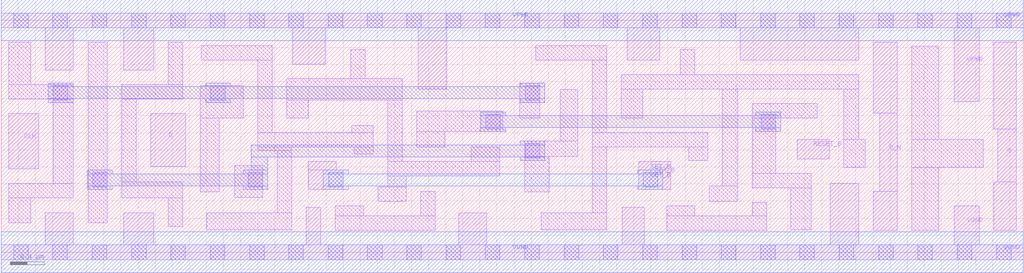
<source format=lef>
# Copyright 2020 The SkyWater PDK Authors
#
# Licensed under the Apache License, Version 2.0 (the "License");
# you may not use this file except in compliance with the License.
# You may obtain a copy of the License at
#
#     https://www.apache.org/licenses/LICENSE-2.0
#
# Unless required by applicable law or agreed to in writing, software
# distributed under the License is distributed on an "AS IS" BASIS,
# WITHOUT WARRANTIES OR CONDITIONS OF ANY KIND, either express or implied.
# See the License for the specific language governing permissions and
# limitations under the License.
#
# SPDX-License-Identifier: Apache-2.0

VERSION 5.7 ;
  NAMESCASESENSITIVE ON ;
  NOWIREEXTENSIONATPIN ON ;
  DIVIDERCHAR "/" ;
  BUSBITCHARS "[]" ;
UNITS
  DATABASE MICRONS 200 ;
END UNITS
MACRO sky130_fd_sc_hd__dfbbp_1
  CLASS CORE ;
  SOURCE USER ;
  FOREIGN sky130_fd_sc_hd__dfbbp_1 ;
  ORIGIN  0.000000  0.000000 ;
  SIZE  11.96000 BY  2.720000 ;
  SYMMETRY X Y R90 ;
  SITE unithd ;
  PIN D
    ANTENNAGATEAREA  0.126000 ;
    DIRECTION INPUT ;
    USE SIGNAL ;
    PORT
      LAYER li1 ;
        RECT 1.750000 1.005000 2.160000 1.625000 ;
    END
  END D
  PIN Q
    ANTENNADIFFAREA  0.429000 ;
    DIRECTION OUTPUT ;
    USE SIGNAL ;
    PORT
      LAYER li1 ;
        RECT 11.615000 0.255000 11.875000 0.825000 ;
        RECT 11.615000 1.445000 11.875000 2.465000 ;
        RECT 11.660000 0.825000 11.875000 1.445000 ;
    END
  END Q
  PIN Q_N
    ANTENNADIFFAREA  0.429000 ;
    DIRECTION OUTPUT ;
    USE SIGNAL ;
    PORT
      LAYER li1 ;
        RECT 10.200000 0.255000 10.485000 0.715000 ;
        RECT 10.200000 1.630000 10.485000 2.465000 ;
        RECT 10.280000 0.715000 10.485000 1.630000 ;
    END
  END Q_N
  PIN RESET_B
    ANTENNAGATEAREA  0.159000 ;
    DIRECTION INPUT ;
    USE SIGNAL ;
    PORT
      LAYER li1 ;
        RECT 9.315000 1.095000 9.690000 1.325000 ;
    END
  END RESET_B
  PIN SET_B
    ANTENNAGATEAREA  0.252000 ;
    DIRECTION INPUT ;
    USE SIGNAL ;
    PORT
      LAYER li1 ;
        RECT 3.590000 0.735000 4.000000 0.965000 ;
        RECT 3.590000 0.965000 3.920000 1.065000 ;
        RECT 7.460000 0.735000 7.835000 1.065000 ;
      LAYER mcon ;
        RECT 3.830000 0.765000 4.000000 0.935000 ;
        RECT 7.510000 0.765000 7.680000 0.935000 ;
      LAYER met1 ;
        RECT 3.770000 0.735000 4.060000 0.780000 ;
        RECT 3.770000 0.780000 7.740000 0.920000 ;
        RECT 3.770000 0.920000 4.060000 0.965000 ;
        RECT 7.450000 0.735000 7.740000 0.780000 ;
        RECT 7.450000 0.920000 7.740000 0.965000 ;
    END
  END SET_B
  PIN CLK
    ANTENNAGATEAREA  0.159000 ;
    DIRECTION INPUT ;
    USE CLOCK ;
    PORT
      LAYER li1 ;
        RECT 0.085000 0.975000 0.440000 1.625000 ;
    END
  END CLK
  PIN VGND
    DIRECTION INOUT ;
    SHAPE ABUTMENT ;
    USE GROUND ;
    PORT
      LAYER li1 ;
        RECT  0.000000 -0.085000 11.960000 0.085000 ;
        RECT  0.515000  0.085000  0.845000 0.465000 ;
        RECT  1.435000  0.085000  1.785000 0.465000 ;
        RECT  3.570000  0.085000  3.740000 0.525000 ;
        RECT  5.350000  0.085000  5.680000 0.465000 ;
        RECT  7.265000  0.085000  7.525000 0.525000 ;
        RECT  9.700000  0.085000 10.030000 0.805000 ;
        RECT 11.150000  0.085000 11.445000 0.545000 ;
      LAYER mcon ;
        RECT  0.145000 -0.085000  0.315000 0.085000 ;
        RECT  0.605000 -0.085000  0.775000 0.085000 ;
        RECT  1.065000 -0.085000  1.235000 0.085000 ;
        RECT  1.525000 -0.085000  1.695000 0.085000 ;
        RECT  1.985000 -0.085000  2.155000 0.085000 ;
        RECT  2.445000 -0.085000  2.615000 0.085000 ;
        RECT  2.905000 -0.085000  3.075000 0.085000 ;
        RECT  3.365000 -0.085000  3.535000 0.085000 ;
        RECT  3.825000 -0.085000  3.995000 0.085000 ;
        RECT  4.285000 -0.085000  4.455000 0.085000 ;
        RECT  4.745000 -0.085000  4.915000 0.085000 ;
        RECT  5.205000 -0.085000  5.375000 0.085000 ;
        RECT  5.665000 -0.085000  5.835000 0.085000 ;
        RECT  6.125000 -0.085000  6.295000 0.085000 ;
        RECT  6.585000 -0.085000  6.755000 0.085000 ;
        RECT  7.045000 -0.085000  7.215000 0.085000 ;
        RECT  7.505000 -0.085000  7.675000 0.085000 ;
        RECT  7.965000 -0.085000  8.135000 0.085000 ;
        RECT  8.425000 -0.085000  8.595000 0.085000 ;
        RECT  8.885000 -0.085000  9.055000 0.085000 ;
        RECT  9.345000 -0.085000  9.515000 0.085000 ;
        RECT  9.805000 -0.085000  9.975000 0.085000 ;
        RECT 10.265000 -0.085000 10.435000 0.085000 ;
        RECT 10.725000 -0.085000 10.895000 0.085000 ;
        RECT 11.185000 -0.085000 11.355000 0.085000 ;
        RECT 11.645000 -0.085000 11.815000 0.085000 ;
      LAYER met1 ;
        RECT 0.000000 -0.240000 11.960000 0.240000 ;
    END
  END VGND
  PIN VPWR
    DIRECTION INOUT ;
    SHAPE ABUTMENT ;
    USE POWER ;
    PORT
      LAYER li1 ;
        RECT  0.000000 2.635000 11.960000 2.805000 ;
        RECT  0.515000 2.135000  0.845000 2.635000 ;
        RECT  1.435000 2.135000  1.785000 2.635000 ;
        RECT  3.410000 2.205000  3.790000 2.635000 ;
        RECT  4.880000 1.915000  5.210000 2.635000 ;
        RECT  7.325000 2.255000  7.705000 2.635000 ;
        RECT  8.645000 2.255000 10.030000 2.635000 ;
        RECT 11.150000 1.765000 11.445000 2.635000 ;
      LAYER mcon ;
        RECT  0.145000 2.635000  0.315000 2.805000 ;
        RECT  0.605000 2.635000  0.775000 2.805000 ;
        RECT  1.065000 2.635000  1.235000 2.805000 ;
        RECT  1.525000 2.635000  1.695000 2.805000 ;
        RECT  1.985000 2.635000  2.155000 2.805000 ;
        RECT  2.445000 2.635000  2.615000 2.805000 ;
        RECT  2.905000 2.635000  3.075000 2.805000 ;
        RECT  3.365000 2.635000  3.535000 2.805000 ;
        RECT  3.825000 2.635000  3.995000 2.805000 ;
        RECT  4.285000 2.635000  4.455000 2.805000 ;
        RECT  4.745000 2.635000  4.915000 2.805000 ;
        RECT  5.205000 2.635000  5.375000 2.805000 ;
        RECT  5.665000 2.635000  5.835000 2.805000 ;
        RECT  6.125000 2.635000  6.295000 2.805000 ;
        RECT  6.585000 2.635000  6.755000 2.805000 ;
        RECT  7.045000 2.635000  7.215000 2.805000 ;
        RECT  7.505000 2.635000  7.675000 2.805000 ;
        RECT  7.965000 2.635000  8.135000 2.805000 ;
        RECT  8.425000 2.635000  8.595000 2.805000 ;
        RECT  8.885000 2.635000  9.055000 2.805000 ;
        RECT  9.345000 2.635000  9.515000 2.805000 ;
        RECT  9.805000 2.635000  9.975000 2.805000 ;
        RECT 10.265000 2.635000 10.435000 2.805000 ;
        RECT 10.725000 2.635000 10.895000 2.805000 ;
        RECT 11.185000 2.635000 11.355000 2.805000 ;
        RECT 11.645000 2.635000 11.815000 2.805000 ;
      LAYER met1 ;
        RECT 0.000000 2.480000 11.960000 2.960000 ;
    END
  END VPWR
  OBS
    LAYER li1 ;
      RECT  0.085000 0.345000  0.345000 0.635000 ;
      RECT  0.085000 0.635000  0.840000 0.805000 ;
      RECT  0.085000 1.795000  0.840000 1.965000 ;
      RECT  0.085000 1.965000  0.345000 2.465000 ;
      RECT  0.610000 0.805000  0.840000 1.795000 ;
      RECT  1.015000 0.345000  1.240000 2.465000 ;
      RECT  1.410000 0.635000  2.125000 0.825000 ;
      RECT  1.410000 0.825000  1.580000 1.795000 ;
      RECT  1.410000 1.795000  2.125000 1.965000 ;
      RECT  1.955000 0.305000  2.125000 0.635000 ;
      RECT  1.955000 1.965000  2.125000 2.465000 ;
      RECT  2.330000 0.705000  2.550000 1.575000 ;
      RECT  2.330000 1.575000  2.830000 1.955000 ;
      RECT  2.340000 2.250000  3.170000 2.420000 ;
      RECT  2.405000 0.265000  3.400000 0.465000 ;
      RECT  2.730000 0.645000  3.060000 1.015000 ;
      RECT  3.000000 1.195000  3.400000 1.235000 ;
      RECT  3.000000 1.235000  4.350000 1.405000 ;
      RECT  3.000000 1.405000  3.170000 2.250000 ;
      RECT  3.230000 0.465000  3.400000 1.195000 ;
      RECT  3.340000 1.575000  3.590000 1.785000 ;
      RECT  3.340000 1.785000  4.690000 2.035000 ;
      RECT  3.910000 0.255000  5.080000 0.425000 ;
      RECT  3.910000 0.425000  4.240000 0.545000 ;
      RECT  4.090000 2.035000  4.260000 2.375000 ;
      RECT  4.100000 1.405000  4.350000 1.485000 ;
      RECT  4.130000 1.155000  4.350000 1.235000 ;
      RECT  4.410000 0.595000  4.740000 0.765000 ;
      RECT  4.520000 0.765000  4.740000 0.895000 ;
      RECT  4.520000 0.895000  5.830000 1.065000 ;
      RECT  4.520000 1.065000  4.690000 1.785000 ;
      RECT  4.860000 1.235000  5.190000 1.415000 ;
      RECT  4.860000 1.415000  5.865000 1.655000 ;
      RECT  4.910000 0.425000  5.080000 0.715000 ;
      RECT  5.500000 1.065000  5.830000 1.235000 ;
      RECT  6.065000 1.575000  6.300000 1.985000 ;
      RECT  6.125000 0.705000  6.410000 1.125000 ;
      RECT  6.125000 1.125000  6.745000 1.305000 ;
      RECT  6.255000 2.250000  7.085000 2.420000 ;
      RECT  6.320000 0.265000  7.085000 0.465000 ;
      RECT  6.540000 1.305000  6.745000 1.905000 ;
      RECT  6.915000 0.465000  7.085000 1.235000 ;
      RECT  6.915000 1.235000  8.265000 1.405000 ;
      RECT  6.915000 1.405000  7.085000 2.250000 ;
      RECT  7.255000 1.575000  7.505000 1.915000 ;
      RECT  7.255000 1.915000 10.030000 2.085000 ;
      RECT  7.785000 0.255000  8.955000 0.425000 ;
      RECT  7.785000 0.425000  8.115000 0.545000 ;
      RECT  7.945000 2.085000  8.115000 2.375000 ;
      RECT  8.045000 1.075000  8.265000 1.235000 ;
      RECT  8.285000 0.595000  8.615000 0.780000 ;
      RECT  8.435000 0.780000  8.615000 1.915000 ;
      RECT  8.785000 0.425000  8.955000 0.585000 ;
      RECT  8.785000 0.755000  9.475000 0.925000 ;
      RECT  8.785000 0.925000  9.060000 1.575000 ;
      RECT  8.785000 1.575000  9.545000 1.745000 ;
      RECT  9.240000 0.265000  9.475000 0.755000 ;
      RECT  9.860000 0.995000 10.110000 1.325000 ;
      RECT  9.860000 1.325000 10.030000 1.915000 ;
      RECT 10.655000 0.255000 10.970000 0.995000 ;
      RECT 10.655000 0.995000 11.490000 1.325000 ;
      RECT 10.655000 1.325000 10.970000 2.415000 ;
    LAYER mcon ;
      RECT 0.610000 1.785000 0.780000 1.955000 ;
      RECT 1.070000 0.765000 1.240000 0.935000 ;
      RECT 2.450000 1.785000 2.620000 1.955000 ;
      RECT 2.890000 0.765000 3.060000 0.935000 ;
      RECT 5.670000 1.445000 5.840000 1.615000 ;
      RECT 6.130000 1.105000 6.300000 1.275000 ;
      RECT 6.130000 1.785000 6.300000 1.955000 ;
      RECT 8.890000 1.445000 9.060000 1.615000 ;
    LAYER met1 ;
      RECT 0.550000 1.755000 0.840000 1.800000 ;
      RECT 0.550000 1.800000 6.360000 1.940000 ;
      RECT 0.550000 1.940000 0.840000 1.985000 ;
      RECT 1.010000 0.735000 1.300000 0.780000 ;
      RECT 1.010000 0.780000 3.120000 0.920000 ;
      RECT 1.010000 0.920000 1.300000 0.965000 ;
      RECT 2.390000 1.755000 2.680000 1.800000 ;
      RECT 2.390000 1.940000 2.680000 1.985000 ;
      RECT 2.830000 0.735000 3.120000 0.780000 ;
      RECT 2.830000 0.920000 3.120000 0.965000 ;
      RECT 2.925000 0.965000 3.120000 1.120000 ;
      RECT 2.925000 1.120000 6.360000 1.260000 ;
      RECT 5.610000 1.415000 5.900000 1.460000 ;
      RECT 5.610000 1.460000 9.120000 1.600000 ;
      RECT 5.610000 1.600000 5.900000 1.645000 ;
      RECT 6.070000 1.075000 6.360000 1.120000 ;
      RECT 6.070000 1.260000 6.360000 1.305000 ;
      RECT 6.070000 1.755000 6.360000 1.800000 ;
      RECT 6.070000 1.940000 6.360000 1.985000 ;
      RECT 8.830000 1.415000 9.120000 1.460000 ;
      RECT 8.830000 1.600000 9.120000 1.645000 ;
  END
END sky130_fd_sc_hd__dfbbp_1

</source>
